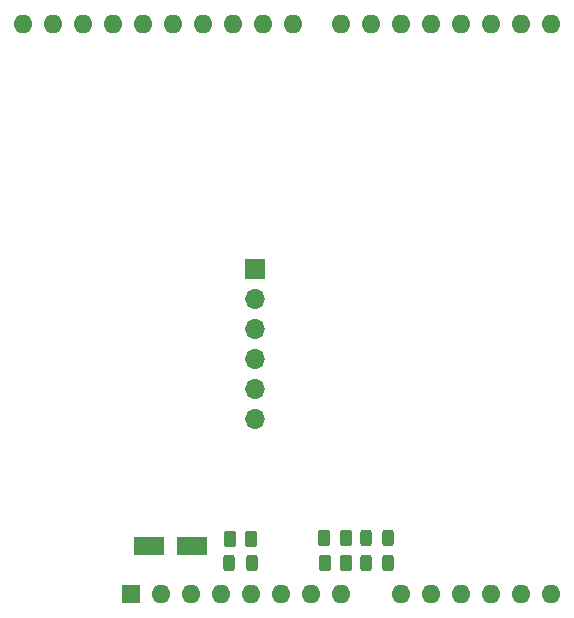
<source format=gbr>
%TF.GenerationSoftware,KiCad,Pcbnew,7.0.2-0*%
%TF.CreationDate,2023-05-15T10:36:04-07:00*%
%TF.ProjectId,RGProgrammer_V2,52475072-6f67-4726-916d-6d65725f5632,rev?*%
%TF.SameCoordinates,Original*%
%TF.FileFunction,Soldermask,Top*%
%TF.FilePolarity,Negative*%
%FSLAX46Y46*%
G04 Gerber Fmt 4.6, Leading zero omitted, Abs format (unit mm)*
G04 Created by KiCad (PCBNEW 7.0.2-0) date 2023-05-15 10:36:04*
%MOMM*%
%LPD*%
G01*
G04 APERTURE LIST*
G04 Aperture macros list*
%AMRoundRect*
0 Rectangle with rounded corners*
0 $1 Rounding radius*
0 $2 $3 $4 $5 $6 $7 $8 $9 X,Y pos of 4 corners*
0 Add a 4 corners polygon primitive as box body*
4,1,4,$2,$3,$4,$5,$6,$7,$8,$9,$2,$3,0*
0 Add four circle primitives for the rounded corners*
1,1,$1+$1,$2,$3*
1,1,$1+$1,$4,$5*
1,1,$1+$1,$6,$7*
1,1,$1+$1,$8,$9*
0 Add four rect primitives between the rounded corners*
20,1,$1+$1,$2,$3,$4,$5,0*
20,1,$1+$1,$4,$5,$6,$7,0*
20,1,$1+$1,$6,$7,$8,$9,0*
20,1,$1+$1,$8,$9,$2,$3,0*%
G04 Aperture macros list end*
%ADD10R,1.700000X1.700000*%
%ADD11O,1.700000X1.700000*%
%ADD12RoundRect,0.243750X-0.243750X-0.456250X0.243750X-0.456250X0.243750X0.456250X-0.243750X0.456250X0*%
%ADD13RoundRect,0.250000X-0.262500X-0.450000X0.262500X-0.450000X0.262500X0.450000X-0.262500X0.450000X0*%
%ADD14RoundRect,0.250000X1.050000X0.550000X-1.050000X0.550000X-1.050000X-0.550000X1.050000X-0.550000X0*%
%ADD15R,1.600000X1.600000*%
%ADD16O,1.600000X1.600000*%
%ADD17RoundRect,0.250000X0.262500X0.450000X-0.262500X0.450000X-0.262500X-0.450000X0.262500X-0.450000X0*%
G04 APERTURE END LIST*
D10*
%TO.C,J1*%
X147800000Y-81950000D03*
D11*
X147800000Y-84490000D03*
X147800000Y-87030000D03*
X147800000Y-89570000D03*
X147800000Y-92110000D03*
X147800000Y-94650000D03*
%TD*%
D12*
%TO.C,D1*%
X145662500Y-106775000D03*
X147537500Y-106775000D03*
%TD*%
D13*
%TO.C,R1*%
X145687500Y-104750000D03*
X147512500Y-104750000D03*
%TD*%
D14*
%TO.C,C1*%
X142490000Y-105340000D03*
X138890000Y-105340000D03*
%TD*%
D15*
%TO.C,A1*%
X137340000Y-109415000D03*
D16*
X139880000Y-109415000D03*
X142420000Y-109415000D03*
X144960000Y-109415000D03*
X147500000Y-109415000D03*
X150040000Y-109415000D03*
X152580000Y-109415000D03*
X155120000Y-109415000D03*
X160200000Y-109415000D03*
X162740000Y-109415000D03*
X165280000Y-109415000D03*
X167820000Y-109415000D03*
X170360000Y-109415000D03*
X172900000Y-109415000D03*
X172900000Y-61155000D03*
X170360000Y-61155000D03*
X167820000Y-61155000D03*
X165280000Y-61155000D03*
X162740000Y-61155000D03*
X160200000Y-61155000D03*
X157660000Y-61155000D03*
X155120000Y-61155000D03*
X151060000Y-61155000D03*
X148520000Y-61155000D03*
X145980000Y-61155000D03*
X143440000Y-61155000D03*
X140900000Y-61155000D03*
X138360000Y-61155000D03*
X135820000Y-61155000D03*
X133280000Y-61155000D03*
X130740000Y-61155000D03*
X128200000Y-61155000D03*
%TD*%
D17*
%TO.C,R2*%
X155550000Y-106775000D03*
X153725000Y-106775000D03*
%TD*%
D12*
%TO.C,D2*%
X157225000Y-106775000D03*
X159100000Y-106775000D03*
%TD*%
D17*
%TO.C,R3*%
X155537500Y-104675000D03*
X153712500Y-104675000D03*
%TD*%
D12*
%TO.C,D3*%
X157212500Y-104675000D03*
X159087500Y-104675000D03*
%TD*%
M02*

</source>
